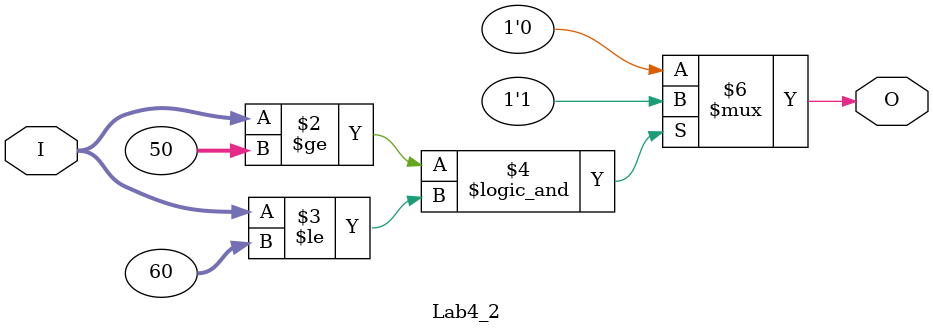
<source format=v>
`timescale 1ns / 1ps
module Lab4_2(
    input [7:0] I,
    output reg O
    );

	always @ (*) begin
		if(I >= 50 && I <=60)
			O = 1;
		else
			O = 0;
	end
endmodule

</source>
